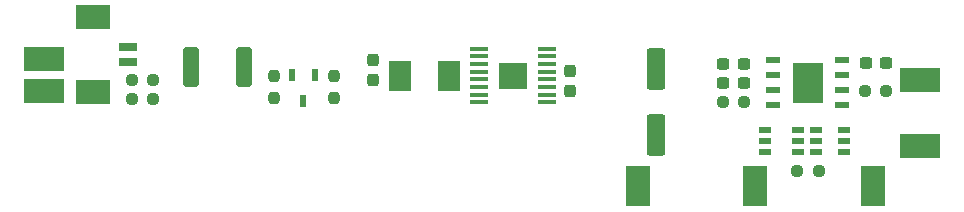
<source format=gbr>
%TF.GenerationSoftware,KiCad,Pcbnew,(6.0.6-0)*%
%TF.CreationDate,2022-09-10T01:47:49-07:00*%
%TF.ProjectId,Battery Extension PCB,42617474-6572-4792-9045-7874656e7369,rev?*%
%TF.SameCoordinates,Original*%
%TF.FileFunction,Soldermask,Top*%
%TF.FilePolarity,Negative*%
%FSLAX46Y46*%
G04 Gerber Fmt 4.6, Leading zero omitted, Abs format (unit mm)*
G04 Created by KiCad (PCBNEW (6.0.6-0)) date 2022-09-10 01:47:49*
%MOMM*%
%LPD*%
G01*
G04 APERTURE LIST*
G04 Aperture macros list*
%AMRoundRect*
0 Rectangle with rounded corners*
0 $1 Rounding radius*
0 $2 $3 $4 $5 $6 $7 $8 $9 X,Y pos of 4 corners*
0 Add a 4 corners polygon primitive as box body*
4,1,4,$2,$3,$4,$5,$6,$7,$8,$9,$2,$3,0*
0 Add four circle primitives for the rounded corners*
1,1,$1+$1,$2,$3*
1,1,$1+$1,$4,$5*
1,1,$1+$1,$6,$7*
1,1,$1+$1,$8,$9*
0 Add four rect primitives between the rounded corners*
20,1,$1+$1,$2,$3,$4,$5,0*
20,1,$1+$1,$4,$5,$6,$7,0*
20,1,$1+$1,$6,$7,$8,$9,0*
20,1,$1+$1,$8,$9,$2,$3,0*%
G04 Aperture macros list end*
%ADD10R,2.000000X3.500000*%
%ADD11R,1.072009X0.532004*%
%ADD12RoundRect,0.237500X-0.300000X-0.237500X0.300000X-0.237500X0.300000X0.237500X-0.300000X0.237500X0*%
%ADD13R,3.000000X2.100000*%
%ADD14R,1.600000X0.800000*%
%ADD15RoundRect,0.237500X-0.250000X-0.237500X0.250000X-0.237500X0.250000X0.237500X-0.250000X0.237500X0*%
%ADD16RoundRect,0.250000X-0.400000X-1.450000X0.400000X-1.450000X0.400000X1.450000X-0.400000X1.450000X0*%
%ADD17R,3.500000X2.000000*%
%ADD18R,1.000000X0.550013*%
%ADD19RoundRect,0.237500X0.237500X-0.300000X0.237500X0.300000X-0.237500X0.300000X-0.237500X-0.300000X0*%
%ADD20R,1.900000X2.500000*%
%ADD21RoundRect,0.237500X-0.237500X0.300000X-0.237500X-0.300000X0.237500X-0.300000X0.237500X0.300000X0*%
%ADD22RoundRect,0.237500X0.237500X-0.250000X0.237500X0.250000X-0.237500X0.250000X-0.237500X-0.250000X0*%
%ADD23R,1.200000X0.600000*%
%ADD24R,2.500000X3.499873*%
%ADD25RoundRect,0.237500X0.300000X0.237500X-0.300000X0.237500X-0.300000X-0.237500X0.300000X-0.237500X0*%
%ADD26RoundRect,0.250000X0.550000X-1.500000X0.550000X1.500000X-0.550000X1.500000X-0.550000X-1.500000X0*%
%ADD27R,2.460000X2.310000*%
%ADD28RoundRect,0.100000X-0.687500X-0.100000X0.687500X-0.100000X0.687500X0.100000X-0.687500X0.100000X0*%
%ADD29RoundRect,0.237500X0.250000X0.237500X-0.250000X0.237500X-0.250000X-0.237500X0.250000X-0.237500X0*%
%ADD30RoundRect,0.237500X-0.237500X0.250000X-0.237500X-0.250000X0.237500X-0.250000X0.237500X0.250000X0*%
%ADD31R,0.532004X1.037490*%
G04 APERTURE END LIST*
D10*
%TO.C,P3*%
X118338600Y-80721200D03*
%TD*%
D11*
%TO.C,U6*%
X133451600Y-75925676D03*
X133451600Y-76875638D03*
X133451600Y-77825600D03*
X135749796Y-77825600D03*
X135749796Y-76875638D03*
X135749796Y-75925676D03*
%TD*%
D12*
%TO.C,C5*%
X125578700Y-70358000D03*
X127303700Y-70358000D03*
%TD*%
D13*
%TO.C,U1*%
X72229676Y-66420994D03*
X72229676Y-72771006D03*
D14*
X75129600Y-68970905D03*
X75129600Y-70221095D03*
%TD*%
D10*
%TO.C,P7*%
X128244600Y-80721200D03*
%TD*%
D15*
%TO.C,R7*%
X137532442Y-72623807D03*
X139357442Y-72623807D03*
%TD*%
D16*
%TO.C,F1*%
X80528200Y-70662800D03*
X84978200Y-70662800D03*
%TD*%
D15*
%TO.C,R2*%
X75492600Y-71729600D03*
X77317600Y-71729600D03*
%TD*%
D17*
%TO.C,P2*%
X68021200Y-72694800D03*
%TD*%
D18*
%TO.C,U3*%
X129085847Y-75938123D03*
X129085847Y-76888085D03*
X129085847Y-77838047D03*
X131885949Y-77838047D03*
X131885949Y-76888085D03*
X131885949Y-75938123D03*
%TD*%
D17*
%TO.C,P13*%
X142240000Y-71729600D03*
%TD*%
D19*
%TO.C,C3*%
X112623600Y-72693700D03*
X112623600Y-70968700D03*
%TD*%
D15*
%TO.C,R5*%
X131812706Y-79391539D03*
X133637706Y-79391539D03*
%TD*%
D20*
%TO.C,U7*%
X98229162Y-71374000D03*
X102329238Y-71374000D03*
%TD*%
D17*
%TO.C,P1*%
X68021200Y-69926200D03*
%TD*%
D21*
%TO.C,C2*%
X95910400Y-70003500D03*
X95910400Y-71728500D03*
%TD*%
D22*
%TO.C,R3*%
X92608400Y-73251700D03*
X92608400Y-71426700D03*
%TD*%
D23*
%TO.C,U5*%
X135612848Y-73868411D03*
X135612848Y-72598408D03*
X135612848Y-71328406D03*
X135612848Y-70058403D03*
X129796236Y-70058403D03*
X129796236Y-71328406D03*
X129796236Y-72598408D03*
X129796236Y-73868411D03*
D24*
X132704542Y-71963407D03*
%TD*%
D25*
%TO.C,C1*%
X139343300Y-70256400D03*
X137618300Y-70256400D03*
%TD*%
D26*
%TO.C,C6*%
X119837200Y-76415200D03*
X119837200Y-70815200D03*
%TD*%
D25*
%TO.C,C4*%
X127303700Y-71983600D03*
X125578700Y-71983600D03*
%TD*%
D27*
%TO.C,U4*%
X107772779Y-71342512D03*
D28*
X104910279Y-69067512D03*
X104910279Y-69717512D03*
X104910279Y-70367512D03*
X104910279Y-71017512D03*
X104910279Y-71667512D03*
X104910279Y-72317512D03*
X104910279Y-72967512D03*
X104910279Y-73617512D03*
X110635279Y-73617512D03*
X110635279Y-72967512D03*
X110635279Y-72317512D03*
X110635279Y-71667512D03*
X110635279Y-71017512D03*
X110635279Y-70367512D03*
X110635279Y-69717512D03*
X110635279Y-69067512D03*
%TD*%
D17*
%TO.C,P12*%
X142240000Y-77343000D03*
%TD*%
D29*
%TO.C,R1*%
X77317600Y-73304400D03*
X75492600Y-73304400D03*
%TD*%
D30*
%TO.C,R4*%
X87528400Y-71426700D03*
X87528400Y-73251700D03*
%TD*%
D10*
%TO.C,P11*%
X138252200Y-80721200D03*
%TD*%
D15*
%TO.C,R8*%
X125528700Y-73558400D03*
X127353700Y-73558400D03*
%TD*%
D31*
%TO.C,U2*%
X90967562Y-71288654D03*
X89067638Y-71288654D03*
X90017600Y-73491346D03*
%TD*%
M02*

</source>
